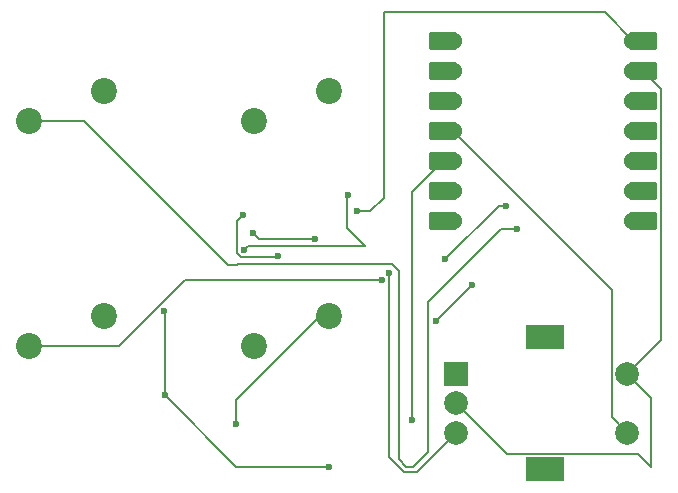
<source format=gtl>
%TF.GenerationSoftware,KiCad,Pcbnew,9.0.7*%
%TF.CreationDate,2026-01-25T00:35:13+11:00*%
%TF.ProjectId,HackPad!,4861636b-5061-4642-912e-6b696361645f,rev?*%
%TF.SameCoordinates,Original*%
%TF.FileFunction,Copper,L1,Top*%
%TF.FilePolarity,Positive*%
%FSLAX46Y46*%
G04 Gerber Fmt 4.6, Leading zero omitted, Abs format (unit mm)*
G04 Created by KiCad (PCBNEW 9.0.7) date 2026-01-25 00:35:13*
%MOMM*%
%LPD*%
G01*
G04 APERTURE LIST*
G04 Aperture macros list*
%AMRoundRect*
0 Rectangle with rounded corners*
0 $1 Rounding radius*
0 $2 $3 $4 $5 $6 $7 $8 $9 X,Y pos of 4 corners*
0 Add a 4 corners polygon primitive as box body*
4,1,4,$2,$3,$4,$5,$6,$7,$8,$9,$2,$3,0*
0 Add four circle primitives for the rounded corners*
1,1,$1+$1,$2,$3*
1,1,$1+$1,$4,$5*
1,1,$1+$1,$6,$7*
1,1,$1+$1,$8,$9*
0 Add four rect primitives between the rounded corners*
20,1,$1+$1,$2,$3,$4,$5,0*
20,1,$1+$1,$4,$5,$6,$7,0*
20,1,$1+$1,$6,$7,$8,$9,0*
20,1,$1+$1,$8,$9,$2,$3,0*%
G04 Aperture macros list end*
%TA.AperFunction,ComponentPad*%
%ADD10R,2.000000X2.000000*%
%TD*%
%TA.AperFunction,ComponentPad*%
%ADD11C,2.000000*%
%TD*%
%TA.AperFunction,ComponentPad*%
%ADD12R,3.200000X2.000000*%
%TD*%
%TA.AperFunction,ComponentPad*%
%ADD13C,2.200000*%
%TD*%
%TA.AperFunction,SMDPad,CuDef*%
%ADD14RoundRect,0.152400X1.063600X0.609600X-1.063600X0.609600X-1.063600X-0.609600X1.063600X-0.609600X0*%
%TD*%
%TA.AperFunction,ComponentPad*%
%ADD15C,1.524000*%
%TD*%
%TA.AperFunction,SMDPad,CuDef*%
%ADD16RoundRect,0.152400X-1.063600X-0.609600X1.063600X-0.609600X1.063600X0.609600X-1.063600X0.609600X0*%
%TD*%
%TA.AperFunction,ViaPad*%
%ADD17C,0.600000*%
%TD*%
%TA.AperFunction,Conductor*%
%ADD18C,0.200000*%
%TD*%
G04 APERTURE END LIST*
D10*
%TO.P,SW5,A,A*%
%TO.N,Net-(U1-GPIO0{slash}TX)*%
X132350000Y-90300000D03*
D11*
%TO.P,SW5,B,B*%
%TO.N,Net-(U1-GPIO1{slash}RX)*%
X132350000Y-95300000D03*
%TO.P,SW5,C,C*%
%TO.N,GND*%
X132350000Y-92800000D03*
D12*
%TO.P,SW5,MP*%
%TO.N,N/C*%
X139850000Y-87200000D03*
X139850000Y-98400000D03*
D11*
%TO.P,SW5,S1,S1*%
%TO.N,Net-(U1-GPIO29{slash}ADC3{slash}A3)*%
X146850000Y-95300000D03*
%TO.P,SW5,S2,S2*%
%TO.N,GND*%
X146850000Y-90300000D03*
%TD*%
D13*
%TO.P,SW3,1,1*%
%TO.N,GND*%
X121602500Y-66357500D03*
%TO.P,SW3,2,2*%
%TO.N,Net-(U1-GPIO1{slash}RX)*%
X115252500Y-68897500D03*
%TD*%
D14*
%TO.P,U1,1,GPIO26/ADC0/A0*%
%TO.N,unconnected-(U1-GPIO26{slash}ADC0{slash}A0-Pad1)*%
X131265000Y-62100000D03*
D15*
X132100000Y-62100000D03*
D14*
%TO.P,U1,2,GPIO27/ADC1/A1*%
%TO.N,unconnected-(U1-GPIO27{slash}ADC1{slash}A1-Pad2)*%
X131265000Y-64640000D03*
D15*
X132100000Y-64640000D03*
D14*
%TO.P,U1,3,GPIO28/ADC2/A2*%
%TO.N,unconnected-(U1-GPIO28{slash}ADC2{slash}A2-Pad3)*%
X131265000Y-67180000D03*
D15*
X132100000Y-67180000D03*
D14*
%TO.P,U1,4,GPIO29/ADC3/A3*%
%TO.N,Net-(U1-GPIO29{slash}ADC3{slash}A3)*%
X131265000Y-69720000D03*
D15*
X132100000Y-69720000D03*
D14*
%TO.P,U1,5,GPIO6/SDA*%
%TO.N,Net-(D3-DIN)*%
X131265000Y-72260000D03*
D15*
X132100000Y-72260000D03*
D14*
%TO.P,U1,6,GPIO7/SCL*%
%TO.N,Net-(U1-GPIO0{slash}TX)*%
X131265000Y-74800000D03*
D15*
X132100000Y-74800000D03*
D14*
%TO.P,U1,7,GPIO0/TX*%
X131265000Y-77340000D03*
D15*
X132100000Y-77340000D03*
%TO.P,U1,8,GPIO1/RX*%
%TO.N,Net-(U1-GPIO1{slash}RX)*%
X147340000Y-77340000D03*
D16*
X148175000Y-77340000D03*
D15*
%TO.P,U1,9,GPIO2/SCK*%
%TO.N,Net-(U1-GPIO2{slash}SCK)*%
X147340000Y-74800000D03*
D16*
X148175000Y-74800000D03*
D15*
%TO.P,U1,10,GPIO4/MISO*%
%TO.N,Net-(U1-GPIO4{slash}MISO)*%
X147340000Y-72260000D03*
D16*
X148175000Y-72260000D03*
D15*
%TO.P,U1,11,GPIO3/MOSI*%
%TO.N,Net-(U1-GPIO3{slash}MOSI)*%
X147340000Y-69720000D03*
D16*
X148175000Y-69720000D03*
D15*
%TO.P,U1,12,3V3*%
%TO.N,unconnected-(U1-3V3-Pad12)*%
X147340000Y-67180000D03*
D16*
X148175000Y-67180000D03*
D15*
%TO.P,U1,13,GND*%
%TO.N,GND*%
X147340000Y-64640000D03*
D16*
X148175000Y-64640000D03*
D15*
%TO.P,U1,14,VBUS*%
%TO.N,+5V*%
X147340000Y-62100000D03*
D16*
X148175000Y-62100000D03*
%TD*%
D13*
%TO.P,SW4,1,1*%
%TO.N,GND*%
X121602500Y-85407500D03*
%TO.P,SW4,2,2*%
%TO.N,Net-(U1-GPIO3{slash}MOSI)*%
X115252500Y-87947500D03*
%TD*%
%TO.P,SW1,1,1*%
%TO.N,GND*%
X102552500Y-66357500D03*
%TO.P,SW1,2,2*%
%TO.N,Net-(U1-GPIO2{slash}SCK)*%
X96202500Y-68897500D03*
%TD*%
%TO.P,SW2,1,1*%
%TO.N,GND*%
X102552500Y-85407500D03*
%TO.P,SW2,2,2*%
%TO.N,Net-(U1-GPIO4{slash}MISO)*%
X96202500Y-87947500D03*
%TD*%
D17*
%TO.N,Net-(D1-DOUT)*%
X123200000Y-75200000D03*
X114400000Y-79850000D03*
%TO.N,GND*%
X114275000Y-76850000D03*
X113700000Y-94575000D03*
X117250000Y-80350000D03*
%TO.N,+5V*%
X115175000Y-78400000D03*
X107650000Y-84975000D03*
X123950000Y-76500000D03*
X120425000Y-78925000D03*
X107700000Y-92125000D03*
X121575000Y-98175000D03*
%TO.N,Net-(U1-GPIO2{slash}SCK)*%
X137500000Y-78025000D03*
%TO.N,Net-(U1-GPIO4{slash}MISO)*%
X126050000Y-82400000D03*
X131425000Y-80625000D03*
X136600000Y-76075000D03*
%TO.N,Net-(U1-GPIO1{slash}RX)*%
X126700000Y-81750000D03*
%TO.N,Net-(U1-GPIO3{slash}MOSI)*%
X130675000Y-85825000D03*
X133675000Y-82825000D03*
%TO.N,Net-(D3-DIN)*%
X128575000Y-94200000D03*
%TD*%
D18*
%TO.N,Net-(D1-DOUT)*%
X123075000Y-75325000D02*
X123200000Y-75200000D01*
X123075000Y-77950000D02*
X123075000Y-75325000D01*
X114725000Y-79525000D02*
X124650000Y-79525000D01*
X114400000Y-79850000D02*
X114725000Y-79525000D01*
X124650000Y-79525000D02*
X123075000Y-77950000D01*
%TO.N,GND*%
X146850000Y-90300000D02*
X148875000Y-92325000D01*
X149692000Y-66157000D02*
X149692000Y-87458000D01*
X113799000Y-80098943D02*
X113799000Y-77326000D01*
X136649000Y-97099000D02*
X132350000Y-92800000D01*
X120817684Y-85407500D02*
X121602500Y-85407500D01*
X114151057Y-80451000D02*
X113799000Y-80098943D01*
X113700000Y-94575000D02*
X113700000Y-92525184D01*
X149692000Y-87458000D02*
X146850000Y-90300000D01*
X113700000Y-92525184D02*
X120817684Y-85407500D01*
X148175000Y-64640000D02*
X149692000Y-66157000D01*
X117149000Y-80451000D02*
X114151057Y-80451000D01*
X113799000Y-77326000D02*
X114275000Y-76850000D01*
X148875000Y-92325000D02*
X148875000Y-98225000D01*
X117250000Y-80350000D02*
X117149000Y-80451000D01*
X148875000Y-98225000D02*
X147749000Y-97099000D01*
X147749000Y-97099000D02*
X136649000Y-97099000D01*
%TO.N,+5V*%
X121575000Y-98175000D02*
X113750000Y-98175000D01*
X124000000Y-76550000D02*
X123950000Y-76500000D01*
X147340000Y-62100000D02*
X144941000Y-59701000D01*
X115700000Y-78925000D02*
X120425000Y-78925000D01*
X126250000Y-59701000D02*
X126250000Y-75400000D01*
X124450000Y-76550000D02*
X124000000Y-76550000D01*
X107700000Y-85025000D02*
X107650000Y-84975000D01*
X125100000Y-76550000D02*
X124450000Y-76550000D01*
X113750000Y-98175000D02*
X107700000Y-92125000D01*
X107700000Y-92125000D02*
X107700000Y-85025000D01*
X115175000Y-78400000D02*
X115700000Y-78925000D01*
X126250000Y-75400000D02*
X125100000Y-76550000D01*
X144941000Y-59701000D02*
X144250000Y-59701000D01*
X144250000Y-59701000D02*
X126250000Y-59701000D01*
%TO.N,Net-(U1-GPIO2{slash}SCK)*%
X113031530Y-81075000D02*
X113775000Y-81075000D01*
X127475000Y-81575000D02*
X127475000Y-97550000D01*
X127475000Y-97550000D02*
X128125000Y-98200000D01*
X128725000Y-98200000D02*
X130000000Y-96925000D01*
X113775000Y-81075000D02*
X113825000Y-81025000D01*
X130000000Y-96925000D02*
X130000000Y-84200000D01*
X96202500Y-68897500D02*
X100854030Y-68897500D01*
X100854030Y-68897500D02*
X113031530Y-81075000D01*
X126925000Y-81025000D02*
X127475000Y-81575000D01*
X130000000Y-84200000D02*
X136175000Y-78025000D01*
X136175000Y-78025000D02*
X137500000Y-78025000D01*
X128125000Y-98200000D02*
X128725000Y-98200000D01*
X113825000Y-81025000D02*
X126925000Y-81025000D01*
%TO.N,Net-(U1-GPIO4{slash}MISO)*%
X126000000Y-82350000D02*
X126050000Y-82400000D01*
X109400000Y-82350000D02*
X126000000Y-82350000D01*
X103802500Y-87947500D02*
X109400000Y-82350000D01*
X96202500Y-87947500D02*
X103802500Y-87947500D01*
X135975000Y-76075000D02*
X136600000Y-76075000D01*
X131425000Y-80625000D02*
X135975000Y-76075000D01*
%TO.N,Net-(U1-GPIO1{slash}RX)*%
X129049000Y-98601000D02*
X127958900Y-98601000D01*
X127958900Y-98601000D02*
X126700000Y-97342100D01*
X126700000Y-97342100D02*
X126700000Y-81750000D01*
X132350000Y-95300000D02*
X129049000Y-98601000D01*
%TO.N,Net-(U1-GPIO3{slash}MOSI)*%
X133675000Y-82825000D02*
X130675000Y-85825000D01*
%TO.N,Net-(D3-DIN)*%
X128575000Y-74950000D02*
X128575000Y-94200000D01*
X131265000Y-72260000D02*
X128575000Y-74950000D01*
%TO.N,Net-(U1-GPIO29{slash}ADC3{slash}A3)*%
X145549000Y-93999000D02*
X146850000Y-95300000D01*
X145549000Y-83169000D02*
X145549000Y-93999000D01*
X132100000Y-69720000D02*
X145549000Y-83169000D01*
%TD*%
M02*

</source>
